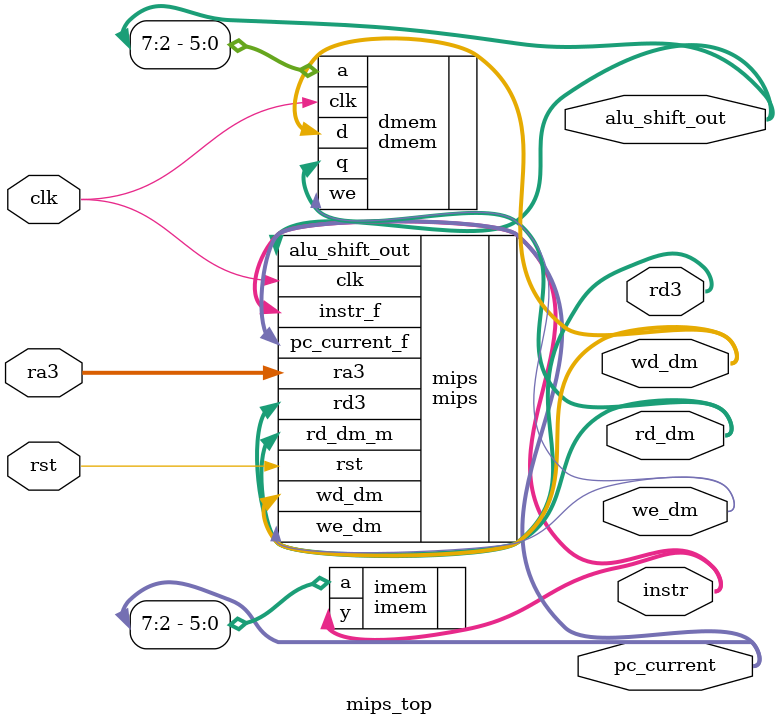
<source format=v>
module mips_top (
        input  wire        clk,
        input  wire        rst,
        input  wire [4:0]  ra3,
        output wire        we_dm,
        output wire [31:0] pc_current,
        output wire [31:0] instr,
        output wire [31:0] alu_shift_out,
        output wire [31:0] wd_dm,
        output wire [31:0] rd_dm,
        output wire [31:0] rd3
    );

    wire [31:0] DONT_USE;

    mips mips (
            .clk            (clk),
            .rst            (rst),
            .ra3            (ra3),
            .instr_f        (instr),
            .rd_dm_m        (rd_dm),
            .we_dm          (we_dm),
            .pc_current_f   (pc_current),
            .alu_shift_out  (alu_shift_out),
            .wd_dm          (wd_dm),
            .rd3            (rd3)
        );

    imem imem (
            .a              (pc_current[7:2]),
            .y              (instr)
        );

    dmem dmem (
            .clk            (clk),
            .we             (we_dm),
            .a              (alu_shift_out[7:2]),
            .d              (wd_dm),
            .q              (rd_dm)
        );

endmodule
</source>
